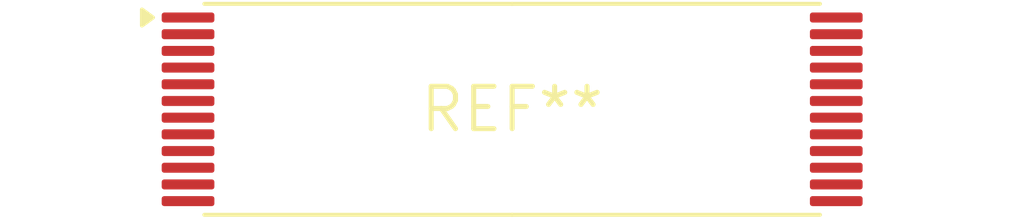
<source format=kicad_pcb>
(kicad_pcb (version 20240108) (generator pcbnew)
  (layers (0 "F.Cu" signal) (31 "B.Cu" signal) (34 "B.Paste" user) (35 "F.Paste" user) (36 "B.SilkS" user "B.Silkscreen") (37 "F.SilkS" user "F.Silkscreen") (38 "B.Mask" user) (39 "F.Mask" user) (44 "Edge.Cuts" user))
  (net 0 "")
  (footprint "TSOP-I-24_18.4x6mm_P0.5mm" (layer "F.Cu") (at 0 0)
    (property "Reference" "REF**")
    (property "Value" "TSOP-I-24_18.4x6mm_P0.5mm")
    (fp_line (start 0 -3.16) (end -9.2 -3.16) (layer "F.SilkS") (stroke (width 0.12)))
    (fp_line (start 0 -3.16) (end 9.2 -3.16) (layer "F.SilkS") (stroke (width 0.12)))
    (fp_line (start 0 3.16) (end -9.2 3.16) (layer "F.SilkS") (stroke (width 0.12)))
    (fp_line (start 0 3.16) (end 9.2 3.16) (layer "F.SilkS") (stroke (width 0.12)))
    (fp_poly (pts (xy -10.735 -2.75) (xy -11.065 -2.99) (xy -11.065 -2.51) (xy -10.735 -2.75)) (layer "F.SilkS") (stroke (width 0.12)) (fill solid))
    (pad "1" smd roundrect (at -9.6875 -2.75) (size 1.575 0.3) (layers "F.Cu" "F.Paste" "F.Mask"))
    (pad "2" smd roundrect (at -9.6875 -2.25) (size 1.575 0.3) (layers "F.Cu" "F.Paste" "F.Mask"))
    (pad "3" smd roundrect (at -9.6875 -1.75) (size 1.575 0.3) (layers "F.Cu" "F.Paste" "F.Mask"))
    (pad "4" smd roundrect (at -9.6875 -1.25) (size 1.575 0.3) (layers "F.Cu" "F.Paste" "F.Mask"))
    (pad "5" smd roundrect (at -9.6875 -0.75) (size 1.575 0.3) (layers "F.Cu" "F.Paste" "F.Mask"))
    (pad "6" smd roundrect (at -9.6875 -0.25) (size 1.575 0.3) (layers "F.Cu" "F.Paste" "F.Mask"))
    (pad "7" smd roundrect (at -9.6875 0.25) (size 1.575 0.3) (layers "F.Cu" "F.Paste" "F.Mask"))
    (pad "8" smd roundrect (at -9.6875 0.75) (size 1.575 0.3) (layers "F.Cu" "F.Paste" "F.Mask"))
    (pad "9" smd roundrect (at -9.6875 1.25) (size 1.575 0.3) (layers "F.Cu" "F.Paste" "F.Mask"))
    (pad "10" smd roundrect (at -9.6875 1.75) (size 1.575 0.3) (layers "F.Cu" "F.Paste" "F.Mask"))
    (pad "11" smd roundrect (at -9.6875 2.25) (size 1.575 0.3) (layers "F.Cu" "F.Paste" "F.Mask"))
    (pad "12" smd roundrect (at -9.6875 2.75) (size 1.575 0.3) (layers "F.Cu" "F.Paste" "F.Mask"))
    (pad "13" smd roundrect (at 9.6875 2.75) (size 1.575 0.3) (layers "F.Cu" "F.Paste" "F.Mask"))
    (pad "14" smd roundrect (at 9.6875 2.25) (size 1.575 0.3) (layers "F.Cu" "F.Paste" "F.Mask"))
    (pad "15" smd roundrect (at 9.6875 1.75) (size 1.575 0.3) (layers "F.Cu" "F.Paste" "F.Mask"))
    (pad "16" smd roundrect (at 9.6875 1.25) (size 1.575 0.3) (layers "F.Cu" "F.Paste" "F.Mask"))
    (pad "17" smd roundrect (at 9.6875 0.75) (size 1.575 0.3) (layers "F.Cu" "F.Paste" "F.Mask"))
    (pad "18" smd roundrect (at 9.6875 0.25) (size 1.575 0.3) (layers "F.Cu" "F.Paste" "F.Mask"))
    (pad "19" smd roundrect (at 9.6875 -0.25) (size 1.575 0.3) (layers "F.Cu" "F.Paste" "F.Mask"))
    (pad "20" smd roundrect (at 9.6875 -0.75) (size 1.575 0.3) (layers "F.Cu" "F.Paste" "F.Mask"))
    (pad "21" smd roundrect (at 9.6875 -1.25) (size 1.575 0.3) (layers "F.Cu" "F.Paste" "F.Mask"))
    (pad "22" smd roundrect (at 9.6875 -1.75) (size 1.575 0.3) (layers "F.Cu" "F.Paste" "F.Mask"))
    (pad "23" smd roundrect (at 9.6875 -2.25) (size 1.575 0.3) (layers "F.Cu" "F.Paste" "F.Mask"))
    (pad "24" smd roundrect (at 9.6875 -2.75) (size 1.575 0.3) (layers "F.Cu" "F.Paste" "F.Mask"))
  )
)
</source>
